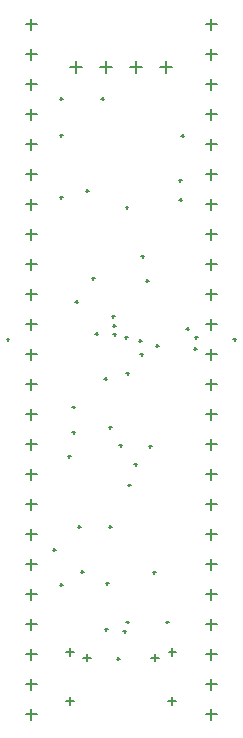
<source format=gbr>
%TF.GenerationSoftware,Altium Limited,Altium Designer,22.10.1 (41)*%
G04 Layer_Color=128*
%FSLAX45Y45*%
%MOMM*%
%TF.SameCoordinates,F1D13F34-3715-448E-B12D-83C564530F5A*%
%TF.FilePolarity,Positive*%
%TF.FileFunction,Drillmap*%
%TF.Part,Single*%
G01*
G75*
%TA.AperFunction,NonConductor*%
%ADD63C,0.12700*%
D63*
X4730000Y1395000D02*
X4824000D01*
X4777000Y1348000D02*
Y1442000D01*
X4730000Y1649000D02*
X4824000D01*
X4777000Y1602000D02*
Y1696000D01*
X4730000Y1903000D02*
X4824000D01*
X4777000Y1856000D02*
Y1950000D01*
X4730000Y2157000D02*
X4824000D01*
X4777000Y2110000D02*
Y2204000D01*
X4730000Y2411000D02*
X4824000D01*
X4777000Y2364000D02*
Y2458000D01*
X4730000Y2665000D02*
X4824000D01*
X4777000Y2618000D02*
Y2712000D01*
X4730000Y2919000D02*
X4824000D01*
X4777000Y2872000D02*
Y2966000D01*
X4730000Y3173000D02*
X4824000D01*
X4777000Y3126000D02*
Y3220000D01*
X4730000Y3427000D02*
X4824000D01*
X4777000Y3380000D02*
Y3474000D01*
X4730000Y3681000D02*
X4824000D01*
X4777000Y3634000D02*
Y3728000D01*
X4730000Y3935000D02*
X4824000D01*
X4777000Y3888000D02*
Y3982000D01*
X4730000Y4189000D02*
X4824000D01*
X4777000Y4142000D02*
Y4236000D01*
X4730000Y4443000D02*
X4824000D01*
X4777000Y4396000D02*
Y4490000D01*
X4730000Y4697000D02*
X4824000D01*
X4777000Y4650000D02*
Y4744000D01*
X4730000Y4951000D02*
X4824000D01*
X4777000Y4904000D02*
Y4998000D01*
X4730000Y5205000D02*
X4824000D01*
X4777000Y5158000D02*
Y5252000D01*
X4730000Y5459000D02*
X4824000D01*
X4777000Y5412000D02*
Y5506000D01*
X4730000Y5713000D02*
X4824000D01*
X4777000Y5666000D02*
Y5760000D01*
X4730000Y5967000D02*
X4824000D01*
X4777000Y5920000D02*
Y6014000D01*
X4730000Y6221000D02*
X4824000D01*
X4777000Y6174000D02*
Y6268000D01*
X4730000Y6475000D02*
X4824000D01*
X4777000Y6428000D02*
Y6522000D01*
X4730000Y6729000D02*
X4824000D01*
X4777000Y6682000D02*
Y6776000D01*
X4730000Y6983000D02*
X4824000D01*
X4777000Y6936000D02*
Y7030000D01*
X4730000Y7237000D02*
X4824000D01*
X4777000Y7190000D02*
Y7284000D01*
X3206000Y1395000D02*
X3299999D01*
X3253000Y1348000D02*
Y1442000D01*
X3206000Y1649000D02*
X3299999D01*
X3253000Y1602000D02*
Y1696000D01*
X3206000Y1903000D02*
X3299999D01*
X3253000Y1856000D02*
Y1950000D01*
X3206000Y2157000D02*
X3299999D01*
X3253000Y2110000D02*
Y2204000D01*
X3206000Y2411000D02*
X3299999D01*
X3253000Y2364000D02*
Y2458000D01*
X3206000Y2665000D02*
X3299999D01*
X3253000Y2618000D02*
Y2712000D01*
X3206000Y2919000D02*
X3299999D01*
X3253000Y2872000D02*
Y2966000D01*
X3206000Y3173000D02*
X3299999D01*
X3253000Y3126000D02*
Y3220000D01*
X3206000Y3427000D02*
X3299999D01*
X3253000Y3380000D02*
Y3474000D01*
X3206000Y3681000D02*
X3299999D01*
X3253000Y3634000D02*
Y3728000D01*
X3206000Y3935000D02*
X3299999D01*
X3253000Y3888000D02*
Y3982000D01*
X3206000Y4189000D02*
X3299999D01*
X3253000Y4142000D02*
Y4236000D01*
X3206000Y4443000D02*
X3299999D01*
X3253000Y4396000D02*
Y4490000D01*
X3206000Y4697000D02*
X3299999D01*
X3253000Y4650000D02*
Y4744000D01*
X3206000Y4951000D02*
X3299999D01*
X3253000Y4904000D02*
Y4998000D01*
X3206000Y5205000D02*
X3299999D01*
X3253000Y5158000D02*
Y5252000D01*
X3206000Y5459000D02*
X3299999D01*
X3253000Y5412000D02*
Y5506000D01*
X3206000Y5713000D02*
X3299999D01*
X3253000Y5666000D02*
Y5760000D01*
X3206000Y5967000D02*
X3299999D01*
X3253000Y5920000D02*
Y6014000D01*
X3206000Y6221000D02*
X3299999D01*
X3253000Y6174000D02*
Y6268000D01*
X3206000Y6475000D02*
X3299999D01*
X3253000Y6428000D02*
Y6522000D01*
X3206000Y6729000D02*
X3299999D01*
X3253000Y6682000D02*
Y6776000D01*
X3206000Y6983000D02*
X3299999D01*
X3253000Y6936000D02*
Y7030000D01*
X3206000Y7237000D02*
X3299999D01*
X3253000Y7190000D02*
Y7284000D01*
X4415000Y1920000D02*
X4480000D01*
X4447500Y1887500D02*
Y1952500D01*
X4413200Y1503600D02*
X4478200D01*
X4445700Y1471100D02*
Y1536100D01*
X3548200Y1503600D02*
X3613200D01*
X3580700Y1471100D02*
Y1536100D01*
X3548200Y1921600D02*
X3613200D01*
X3580700Y1889100D02*
Y1954100D01*
X4269700Y1873600D02*
X4334700D01*
X4302200Y1841100D02*
Y1906100D01*
X3691700Y1873600D02*
X3756700D01*
X3724200Y1841100D02*
Y1906100D01*
X3583501Y6872500D02*
X3685501D01*
X3634501Y6821500D02*
Y6923499D01*
X3837501Y6872500D02*
X3939501D01*
X3888501Y6821500D02*
Y6923499D01*
X4091501Y6872500D02*
X4193501D01*
X4142501Y6821500D02*
Y6923499D01*
X4345501Y6872500D02*
X4447501D01*
X4396501Y6821500D02*
Y6923499D01*
X4050000Y5685000D02*
X4075000D01*
X4062500Y5672500D02*
Y5697500D01*
X3765000Y5085000D02*
X3790000D01*
X3777500Y5072500D02*
Y5097500D01*
X4502502Y5914999D02*
X4527502D01*
X4515002Y5902499D02*
Y5927499D01*
X4962500Y4570000D02*
X4987500D01*
X4975000Y4557500D02*
Y4582500D01*
X4247500Y3662500D02*
X4272500D01*
X4260000Y3650000D02*
Y3675000D01*
X4637499Y4586198D02*
X4662499D01*
X4649999Y4573698D02*
Y4598698D01*
X4562500Y4657500D02*
X4587500D01*
X4575000Y4645000D02*
Y4670000D01*
X4627500Y4487500D02*
X4652500D01*
X4640000Y4475000D02*
Y4500000D01*
X3492500Y6605000D02*
X3517500D01*
X3505000Y6592500D02*
Y6617500D01*
X3622500Y4885000D02*
X3647500D01*
X3635000Y4872500D02*
Y4897500D01*
X4505000Y5750000D02*
X4530000D01*
X4517500Y5737500D02*
Y5762500D01*
X3042500Y4568400D02*
X3067500D01*
X3055000Y4555900D02*
Y4580900D01*
X3492301Y5770699D02*
X3517301D01*
X3504801Y5758199D02*
Y5783198D01*
X4055000Y2175000D02*
X4080000D01*
X4067500Y2162500D02*
Y2187500D01*
X4392500Y2175000D02*
X4417500D01*
X4405000Y2162500D02*
Y2187500D01*
X4280000Y2597500D02*
X4305000D01*
X4292500Y2585000D02*
Y2610000D01*
X3670000Y2600000D02*
X3695000D01*
X3682500Y2587500D02*
Y2612500D01*
X4522500Y6292500D02*
X4547500D01*
X4535000Y6280000D02*
Y6305000D01*
X3874101Y2112500D02*
X3899100D01*
X3886601Y2100000D02*
Y2125000D01*
X4305000Y4512500D02*
X4330000D01*
X4317500Y4500000D02*
Y4525000D01*
X3560000Y3580000D02*
X3585000D01*
X3572500Y3567500D02*
Y3592500D01*
X3907500Y3825000D02*
X3932500D01*
X3920000Y3812500D02*
Y3837500D01*
X3491800Y2492300D02*
X3516800D01*
X3504300Y2479800D02*
Y2504800D01*
X3597500Y3782500D02*
X3622500D01*
X3610000Y3770000D02*
Y3795000D01*
X3598201Y3995198D02*
X3623201D01*
X3610701Y3982698D02*
Y4007698D01*
X3870200Y4234302D02*
X3895199D01*
X3882699Y4221802D02*
Y4246802D01*
X3995000Y3672500D02*
X4020000D01*
X4007500Y3660000D02*
Y3685000D01*
X4183678Y5273301D02*
X4208678D01*
X4196178Y5260802D02*
Y5285801D01*
X4067467Y3334798D02*
X4092466D01*
X4079966Y3322298D02*
Y3347298D01*
X4220000Y5062500D02*
X4245000D01*
X4232500Y5050000D02*
Y5075000D01*
X4057500Y4280000D02*
X4082500D01*
X4070000Y4267500D02*
Y4292500D01*
X3647500Y2980000D02*
X3672500D01*
X3660000Y2967500D02*
Y2992500D01*
X3907500Y2980000D02*
X3932500D01*
X3920000Y2967500D02*
Y2992500D01*
X3843647Y6605000D02*
X3868647D01*
X3856147Y6592500D02*
Y6617500D01*
X3432500Y2785000D02*
X3457500D01*
X3445000Y2772500D02*
Y2797500D01*
X4123498Y3510002D02*
X4148498D01*
X4135998Y3497502D02*
Y3522502D01*
X4032500Y2095000D02*
X4057500D01*
X4045000Y2082500D02*
Y2107500D01*
X3932500Y4765000D02*
X3957500D01*
X3945000Y4752500D02*
Y4777500D01*
X3792500Y4615000D02*
X3817500D01*
X3805000Y4602500D02*
Y4627500D01*
X4042500Y4585000D02*
X4067500D01*
X4055000Y4572500D02*
Y4597500D01*
X4175797Y4442719D02*
X4200796D01*
X4188296Y4430219D02*
Y4455218D01*
X4162500Y4555000D02*
X4187500D01*
X4175000Y4542500D02*
Y4567500D01*
X3712500Y5825000D02*
X3737500D01*
X3725000Y5812500D02*
Y5837500D01*
X3491925Y6297248D02*
X3516924D01*
X3504425Y6284748D02*
Y6309747D01*
X3947394Y4611017D02*
X3972393D01*
X3959894Y4598517D02*
Y4623517D01*
X3881800Y2502300D02*
X3906800D01*
X3894300Y2489800D02*
Y2514800D01*
X3977500Y1865000D02*
X4002500D01*
X3990000Y1852500D02*
Y1877500D01*
X3942500Y4685000D02*
X3967500D01*
X3955000Y4672500D02*
Y4697500D01*
%TF.MD5,97b6bfd5a1d41dd553e91cb4ae53d3c6*%
M02*

</source>
